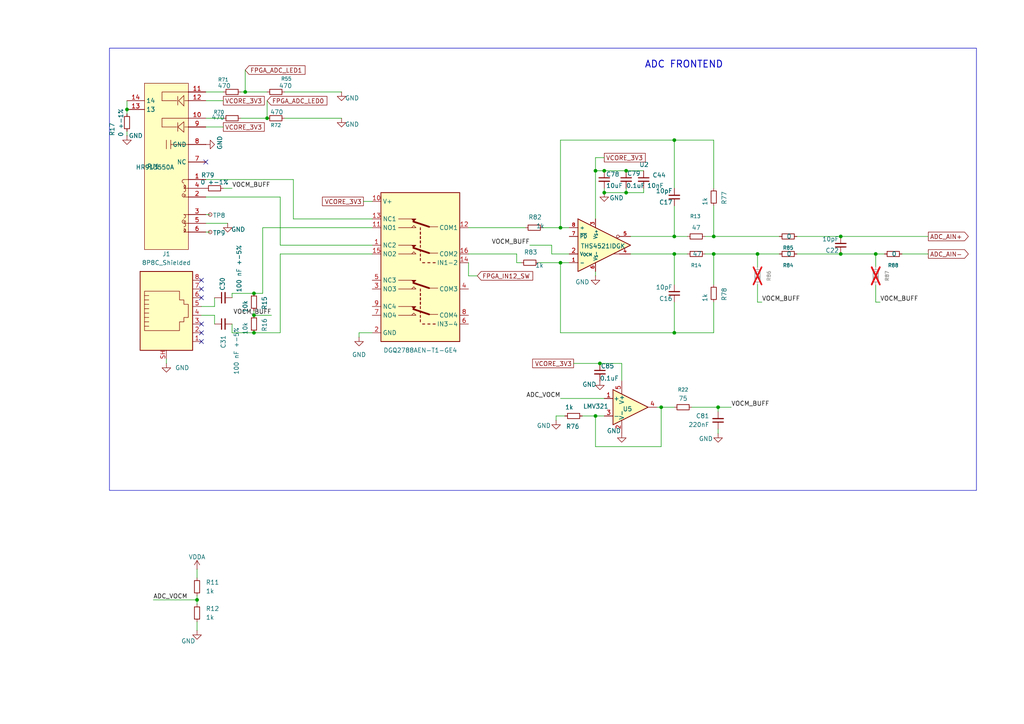
<source format=kicad_sch>
(kicad_sch (version 20250114) (generator "eeschema") (generator_version "9.0")
  (paper "A4")
  (lib_symbols
    (symbol "Amplifier_Difference:THS4521IDGK"
      (property "Reference" "U" (at 0 6.35 0))
      (property "Value" "THS4521IDGK" (at 10.16 -6.35 0))
      (symbol "THS4521IDGK_0_1"
        (polyline (pts (xy 4.4704 -2.54) (xy 2.54 -2.54)))
      )
      (symbol "THS4521IDGK_1_1"
        (polyline (pts (xy -7.62 7.62) (xy -7.62 -7.62) (xy 7.62 0) (xy -7.62 7.62)) (stroke (width 0.254)) (fill (type background)))
        (circle (center 3.937 2.54) (radius 0.4064))
        (pin input line (at -10.16 5.08 0) (length 2.54) (name "+") (number "8"))
        (pin input line (at -10.16 2.54 0) (length 2.54) (name "~{PD}") (number "7"))
        (pin input line (at -10.16 -2.54 0) (length 2.54) (name "V_{OCM}") (number "2"))
        (pin input line (at -10.16 -5.08 0) (length 2.54) (name "-") (number "1"))
        (pin power_in line (at -2.54 7.62 270) (length 2.54) (name "V_{S+}") (number "3"))
        (pin power_in line (at -2.54 -7.62 90) (length 2.54) (name "V_{S-}") (number "6"))
        (pin output line (at 7.62 2.54 180) (length 3.175) (name "") (number "5"))
        (pin output line (at 7.62 -2.54 180) (length 3.175) (name "") (number "4"))
      )
    )
    (symbol "Amplifier_Operational:LMV321" (pin_names (offset 0.127))
      (property "Reference" "U" (at 0 5.08 0))
      (property "Value" "LMV321" (at 0 -5.08 0))
      (symbol "LMV321_0_1"
        (polyline (pts (xy -5.08 5.08) (xy 5.08 0) (xy -5.08 -5.08) (xy -5.08 5.08)) (stroke (width 0.254)) (fill (type background)))
        (pin power_in line (at -2.54 7.62 270) (length 3.81) (name "V+") (number "5"))
        (pin power_in line (at -2.54 -7.62 90) (length 3.81) (name "V-") (number "2"))
      )
      (symbol "LMV321_1_1"
        (pin input line (at -7.62 2.54 0) (length 2.54) (name "+") (number "1"))
        (pin input line (at -7.62 -2.54 0) (length 2.54) (name "-") (number "3"))
        (pin output line (at 7.62 0 180) (length 2.54) (name "~") (number "4"))
      )
    )
    (symbol "Connector:8P8C_Shielded" (pin_names (offset 1.016))
      (property "Reference" "J" (at -5.08 13.97 0))
      (property "Value" "8P8C_Shielded" (at 2.54 13.97 0))
      (symbol "8P8C_Shielded_0_1"
        (polyline (pts (xy -6.35 1.905) (xy -5.08 1.905) (xy -5.08 1.905)))
        (polyline (pts (xy -6.35 0.635) (xy -5.08 0.635) (xy -5.08 0.635)))
        (polyline (pts (xy -6.35 -0.635) (xy -5.08 -0.635) (xy -5.08 -0.635)))
        (polyline (pts (xy -6.35 -1.905) (xy -5.08 -1.905) (xy -5.08 -1.905)))
        (polyline (pts (xy -6.35 -3.175) (xy -5.08 -3.175) (xy -5.08 -3.175)))
        (polyline (pts (xy -6.35 -4.445) (xy -6.35 6.985) (xy 3.81 6.985) (xy 3.81 4.445) (xy 5.08 4.445) (xy 5.08 3.175) (xy 6.35 3.175) (xy 6.35 -0.635) (xy 5.08 -0.635) (xy 5.08 -1.905) (xy 3.81 -1.905) (xy 3.81 -4.445) (xy -6.35 -4.445) (xy -6.35 -4.445)))
        (polyline (pts (xy -5.08 5.715) (xy -6.35 5.715)))
        (polyline (pts (xy -5.08 4.445) (xy -6.35 4.445)))
        (polyline (pts (xy -5.08 3.175) (xy -6.35 3.175) (xy -6.35 3.175)))
        (rectangle (start 7.62 12.7) (end -7.62 -10.16) (stroke (width 0.254)) (fill (type background)))
      )
      (symbol "8P8C_Shielded_1_1"
        (pin passive line (at 0 -12.7 90) (length 2.54) (name "~") (number "SH"))
        (pin passive line (at 10.16 10.16 180) (length 2.54) (name "~") (number "8"))
        (pin passive line (at 10.16 7.62 180) (length 2.54) (name "~") (number "7"))
        (pin passive line (at 10.16 5.08 180) (length 2.54) (name "~") (number "6"))
        (pin passive line (at 10.16 2.54 180) (length 2.54) (name "~") (number "5"))
        (pin passive line (at 10.16 0 180) (length 2.54) (name "~") (number "4"))
        (pin passive line (at 10.16 -2.54 180) (length 2.54) (name "~") (number "3"))
        (pin passive line (at 10.16 -5.08 180) (length 2.54) (name "~") (number "2"))
        (pin passive line (at 10.16 -7.62 180) (length 2.54) (name "~") (number "1"))
      )
    )
    (symbol "Connector:TestPoint_Small" (pin_numbers (hide yes)) (pin_names (offset 0.762) (hide yes))
      (property "Reference" "TP" (at 0 3.81 0))
      (property "Value" "TestPoint_Small" (at 0 2.032 0))
      (symbol "TestPoint_Small_0_1"
        (circle (center 0 0) (radius 0.508))
      )
      (symbol "TestPoint_Small_1_1"
        (pin passive line (at 0 0 90) (length 0) (name "1") (number "1"))
      )
    )
    (symbol "DGQ2788AEN:DGQ2788AEN-T1-GE4"
      (property "Reference" "U" (at 0 20.32 0))
      (property "Value" "DGQ2788AEN-T1-GE4" (at 0 17.78 0))
      (symbol "DGQ2788AEN-T1-GE4_0_1"
        (polyline (pts (xy -2.54 6.604) (xy -5.08 6.604)))
        (polyline (pts (xy -2.54 -1.016) (xy -5.08 -1.016)))
        (polyline (pts (xy -2.54 -11.176) (xy -5.08 -11.176)))
        (polyline (pts (xy -2.54 -18.796) (xy -5.08 -18.796)))
      )
      (symbol "DGQ2788AEN-T1-GE4_1_0"
        (pin passive line (at 13.97 6.35 180) (length 2.54) (name "NO1") (number "11"))
        (pin passive line (at 13.97 1.27 180) (length 2.54) (name "NC2") (number "1"))
        (pin passive line (at 13.97 -1.27 180) (length 2.54) (name "NO2") (number "15"))
        (pin passive line (at 13.97 -8.89 180) (length 2.54) (name "NC3") (number "5"))
        (pin passive line (at 13.97 -11.43 180) (length 2.54) (name "NO3") (number "3"))
        (pin passive line (at 13.97 -16.51 180) (length 2.54) (name "NC4") (number "9"))
        (pin passive line (at 13.97 -19.05 180) (length 2.54) (name "NO4") (number "7"))
        (pin power_in line (at 13.97 -24.13 180) (length 2.54) (name "GND") (number "2"))
      )
      (symbol "DGQ2788AEN-T1-GE4_1_1"
        (rectangle (start -11.43 16.51) (end 11.43 -26.67) (stroke (width 0.254)) (fill (type background)))
        (polyline (pts (xy -4.318 -3.81) (xy -3.683 -3.81)) (stroke (width 0.254)))
        (polyline (pts (xy -4.318 -21.59) (xy -3.683 -21.59)) (stroke (width 0.254)))
        (polyline (pts (xy -2.794 -3.81) (xy -2.159 -3.81)) (stroke (width 0.254)))
        (polyline (pts (xy -2.794 -21.59) (xy -2.159 -21.59)) (stroke (width 0.254)))
        (polyline (pts (xy -2.54 6.604) (xy 2.032 8.128)) (stroke (width 0.508)))
        (polyline (pts (xy -2.54 -1.016) (xy 2.032 0.508)) (stroke (width 0.508)))
        (polyline (pts (xy -2.54 -11.176) (xy 2.032 -9.652)) (stroke (width 0.508)))
        (polyline (pts (xy -2.54 -18.796) (xy 2.032 -17.272)) (stroke (width 0.508)))
        (polyline (pts (xy -1.27 -3.81) (xy -0.635 -3.81)) (stroke (width 0.254)))
        (polyline (pts (xy -1.27 -21.59) (xy -0.635 -21.59)) (stroke (width 0.254)))
        (polyline (pts (xy 0 6.35) (xy 0 5.715)) (stroke (width 0.254)))
        (polyline (pts (xy 0 5.08) (xy 0 4.445)) (stroke (width 0.254)))
        (polyline (pts (xy 0 5.08) (xy 0 4.445)) (stroke (width 0.254)))
        (polyline (pts (xy 0 3.81) (xy 0 3.175)) (stroke (width 0.254)))
        (polyline (pts (xy 0 3.81) (xy 0 3.175)) (stroke (width 0.254)))
        (polyline (pts (xy 0 2.54) (xy 0 1.905)) (stroke (width 0.254)))
        (polyline (pts (xy 0 2.54) (xy 0 1.905)) (stroke (width 0.254)))
        (polyline (pts (xy 0 1.27) (xy 0 0.635)) (stroke (width 0.254)))
        (polyline (pts (xy 0 0) (xy 0 -0.635)) (stroke (width 0.254)))
        (polyline (pts (xy 0 -1.27) (xy 0 -1.905)) (stroke (width 0.254)))
        (polyline (pts (xy 0 -2.54) (xy 0 -3.175)) (stroke (width 0.254)))
        (polyline (pts (xy 0 -11.43) (xy 0 -12.065)) (stroke (width 0.254)))
        (polyline (pts (xy 0 -12.7) (xy 0 -13.335)) (stroke (width 0.254)))
        (polyline (pts (xy 0 -12.7) (xy 0 -13.335)) (stroke (width 0.254)))
        (polyline (pts (xy 0 -13.97) (xy 0 -14.605)) (stroke (width 0.254)))
        (polyline (pts (xy 0 -13.97) (xy 0 -14.605)) (stroke (width 0.254)))
        (polyline (pts (xy 0 -15.24) (xy 0 -15.875)) (stroke (width 0.254)))
        (polyline (pts (xy 0 -15.24) (xy 0 -15.875)) (stroke (width 0.254)))
        (polyline (pts (xy 0 -16.51) (xy 0 -17.145)) (stroke (width 0.254)))
        (polyline (pts (xy 0 -17.78) (xy 0 -18.415)) (stroke (width 0.254)))
        (polyline (pts (xy 0 -19.05) (xy 0 -19.685)) (stroke (width 0.254)))
        (polyline (pts (xy 0 -20.32) (xy 0 -20.955)) (stroke (width 0.254)))
        (polyline (pts (xy 6.35 8.89) (xy 1.27 8.89) (xy 1.905 8.255) (xy 2.54 8.89)) (fill (type outline)))
        (polyline (pts (xy 6.35 6.35) (xy 1.27 6.35) (xy 1.905 6.985) (xy 2.54 6.35)))
        (polyline (pts (xy 6.35 1.27) (xy 1.27 1.27) (xy 1.905 0.635) (xy 2.54 1.27)) (fill (type outline)))
        (polyline (pts (xy 6.35 -1.27) (xy 1.27 -1.27) (xy 1.905 -0.635) (xy 2.54 -1.27)))
        (polyline (pts (xy 6.35 -8.89) (xy 1.27 -8.89) (xy 1.905 -9.525) (xy 2.54 -8.89)) (fill (type outline)))
        (polyline (pts (xy 6.35 -11.43) (xy 1.27 -11.43) (xy 1.905 -10.795) (xy 2.54 -11.43)))
        (polyline (pts (xy 6.35 -16.51) (xy 1.27 -16.51) (xy 1.905 -17.145) (xy 2.54 -16.51)) (fill (type outline)))
        (polyline (pts (xy 6.35 -19.05) (xy 1.27 -19.05) (xy 1.905 -18.415) (xy 2.54 -19.05)))
        (pin passive line (at -13.97 6.35 0) (length 2.54) (name "COM1") (number "12"))
        (pin passive line (at -13.97 -1.27 0) (length 2.54) (name "COM2") (number "16"))
        (pin input line (at -13.97 -3.81 0) (length 2.54) (name "IN1-2") (number "14"))
        (pin passive line (at -13.97 -11.43 0) (length 2.54) (name "COM3") (number "4"))
        (pin passive line (at -13.97 -19.05 0) (length 2.54) (name "COM4") (number "8"))
        (pin input line (at -13.97 -21.59 0) (length 2.54) (name "IN3-4") (number "6"))
        (pin power_in line (at 13.97 13.97 180) (length 2.54) (name "V+") (number "10"))
        (pin passive line (at 13.97 8.89 180) (length 2.54) (name "NC1") (number "13"))
      )
    )
    (symbol "Device:C_Small" (pin_numbers (hide yes)) (pin_names (offset 0.254) (hide yes))
      (property "Reference" "C" (at 0.254 1.778 0))
      (property "Value" "C_Small" (at 0.254 -2.032 0))
      (symbol "C_Small_0_1"
        (polyline (pts (xy -1.524 0.508) (xy 1.524 0.508)) (stroke (width 0.3048)))
        (polyline (pts (xy -1.524 -0.508) (xy 1.524 -0.508)) (stroke (width 0.3302)))
      )
      (symbol "C_Small_1_1"
        (pin passive line (at 0 2.54 270) (length 2.032) (name "~") (number "1"))
        (pin passive line (at 0 -2.54 90) (length 2.032) (name "~") (number "2"))
      )
    )
    (symbol "Device:L_Small" (pin_numbers (hide yes)) (pin_names (offset 0.254) (hide yes))
      (property "Reference" "L" (at 0.762 1.016 0))
      (property "Value" "L_Small" (at 0.762 -1.016 0))
      (symbol "L_Small_0_1"
        (arc (start 0 2.032) (mid 0.5058 1.524) (end 0 1.016))
        (arc (start 0 1.016) (mid 0.5058 0.508) (end 0 0))
        (arc (start 0 0) (mid 0.5058 -0.508) (end 0 -1.016))
        (arc (start 0 -1.016) (mid 0.5058 -1.524) (end 0 -2.032))
      )
      (symbol "L_Small_1_1"
        (pin passive line (at 0 2.54 270) (length 0.508) (name "~") (number "1"))
        (pin passive line (at 0 -2.54 90) (length 0.508) (name "~") (number "2"))
      )
    )
    (symbol "Device:R_Small" (pin_numbers (hide yes)) (pin_names (offset 0.254) (hide yes))
      (property "Reference" "R" (at 0 0 90))
      (property "Value" "R_Small" (at 1.778 0 90))
      (symbol "R_Small_0_1"
        (rectangle (start -0.762 1.778) (end 0.762 -1.778) (stroke (width 0.2032)))
      )
      (symbol "R_Small_1_1"
        (pin passive line (at 0 2.54 270) (length 0.762) (name "~") (number "1"))
        (pin passive line (at 0 -2.54 90) (length 0.762) (name "~") (number "2"))
      )
    )
    (symbol "RJ45_HR913550A:HR913550A"
      (property "Reference" "RJ" (at 0 24.13 0))
      (property "Value" "HR913550A" (at -12.192 4.064 0))
      (symbol "HR913550A_0_1"
        (rectangle (start -20.32 24.13) (end -7.62 -24.13) (fill (type background)))
        (polyline (pts (xy -20.32 16.51) (xy -19.05 16.51)))
        (polyline (pts (xy -20.32 6.35) (xy -19.05 6.35)))
        (circle (center -19.3 18.54) (radius 0.25))
        (circle (center -19.3 16) (radius 0.25))
        (circle (center -19.3 8.38) (radius 0.25))
        (circle (center -19.3 5.84) (radius 0.25))
        (polyline (pts (xy -19.3 -11.43) (xy -25.4 -11.43)))
        (polyline (pts (xy -19.3 -19.05) (xy -25.4 -19.05)))
        (arc (start -19.05 16.51) (mid -18.5495 16) (end -19.05 15.49))
        (arc (start -19.05 8.89) (mid -18.5495 8.38) (end -19.05 7.87))
        (polyline (pts (xy -19.05 19.05) (xy -20.32 19.05)))
        (polyline (pts (xy -19.05 13.97) (xy -20.32 13.97)))
        (polyline (pts (xy -19.05 8.89) (xy -20.32 8.89)))
        (polyline (pts (xy -19.05 3.81) (xy -20.32 3.81)))
        (polyline (pts (xy -19.05 -9.91) (xy -19.05 -12.95) (xy -17.27 -11.43) (xy -19.05 -9.91)) (fill (type background)))
        (polyline (pts (xy -19.05 -17.53) (xy -19.05 -20.57) (xy -17.53 -19.05) (xy -19.05 -17.53)) (fill (type background)))
        (arc (start -19.05 18.03) (mid -19.51 18.75) (end -19.05 19.05))
        (arc (start -19.05 16.51) (mid -19.51 17.23) (end -19.05 17.53))
        (arc (start -19.05 13.97) (mid -19.51 14.69) (end -19.05 14.99))
        (arc (start -19.05 6.35) (mid -19.51 7.07) (end -19.05 7.37))
        (arc (start -19.05 5.33) (mid -19.51 6.05) (end -19.05 6.35))
        (arc (start -19.05 4.83) (mid -18.5297 4.32) (end -19.05 3.81))
        (polyline (pts (xy -17.27 -10.16) (xy -17.27 -12.7)))
        (polyline (pts (xy -17.27 -17.78) (xy -17.27 -20.32)))
        (polyline (pts (xy -17.02 -11.43) (xy -12.7 -11.43)))
        (polyline (pts (xy -17.02 -19.05) (xy -12.7 -19.05)))
        (polyline (pts (xy -15.24 -5.08) (xy -15.24 -7.62)))
        (polyline (pts (xy -15.24 -6.35) (xy -20.32 -6.35)))
        (polyline (pts (xy -13.97 -5.08) (xy -13.97 -7.62)))
        (polyline (pts (xy -12.7 -11.43) (xy -12.7 -13.97) (xy -25.4 -13.97)))
        (polyline (pts (xy -12.7 -19.05) (xy -12.7 -21.59) (xy -25.4 -21.59)))
        (pin unspecified line (at -25.4 -1.27 0) (length 5.08) (name "NC") (number "7"))
      )
      (symbol "HR913550A_1_1"
        (pin input line (at -25.4 19.05 0) (length 5.08) (name "") (number "6"))
        (pin input line (at -25.4 16.51 0) (length 5.08) (name "") (number "5"))
        (pin input line (at -25.4 13.97 0) (length 5.08) (name "") (number "3"))
        (pin input line (at -25.4 8.89 0) (length 5.08) (name "") (number "2"))
        (pin input line (at -25.4 6.35 0) (length 5.08) (name "") (number "4"))
        (pin input line (at -25.4 3.81 0) (length 5.08) (name "") (number "1"))
        (pin passive line (at -25.4 -6.35 0) (length 5.08) (name "GND") (number "8"))
        (pin input line (at -25.4 -11.43 0) (length 5.08) (name "") (number "9"))
        (pin output line (at -25.4 -13.97 0) (length 5.08) (name "") (number "10"))
        (pin input line (at -25.4 -19.05 0) (length 5.08) (name "") (number "12"))
        (pin output line (at -25.4 -21.59 0) (length 5.08) (name "") (number "11"))
        (pin passive line (at -2.54 -16.51 180) (length 5.08) (name "13") (number "13"))
        (pin passive line (at -2.54 -19.05 180) (length 5.08) (name "14") (number "14"))
      )
    )
    (symbol "power:GND" (power) (pin_numbers (hide yes)) (pin_names (offset 0) (hide yes))
      (property "Value" "GND" (at 0 -3.81 0))
      (symbol "GND_0_1"
        (polyline (pts (xy 0 0) (xy 0 -1.27) (xy 1.27 -1.27) (xy 0 -2.54) (xy -1.27 -1.27) (xy 0 -1.27)))
      )
      (symbol "GND_1_1"
        (pin power_in line (at 0 0 270) (length 0) (name "~") (number "1"))
      )
    )
    (symbol "power:VDDA" (power) (pin_numbers (hide yes)) (pin_names (offset 0) (hide yes))
      (property "Value" "VDDA" (at 0 3.556 0))
      (symbol "VDDA_0_1"
        (polyline (pts (xy -0.762 1.27) (xy 0 2.54)))
        (polyline (pts (xy 0 2.54) (xy 0.762 1.27)))
        (polyline (pts (xy 0 0) (xy 0 2.54)))
      )
      (symbol "VDDA_1_1"
        (pin power_in line (at 0 0 90) (length 0) (name "~") (number "1"))
      )
    )
  )
  (rectangle (start 31.75 13.97) (end 283.21 142.24))
  (text "Max offst: 4% <<<< 1' @ 1 MHz\n- Added 0-ohm series resistor in case of single-ended operation (LC damping)\np8: center tap with capacitor in between (bob-smith)" (at 305.816 38.1 0) (effects (font (size 1.27 1.27)) (justify left)))
  (text "VOCM buffering\n- Reducing source impedance of resistive divider\n- buffer configuration for OPAMP to drive COMP pin\n	- Damping resistor added at output due to big capacitive load\n- Maximum output current: 5-40 mA\n	- Maximum current: 1.6 V / 75 ohms = 21.33 mA\nDifferential mode biasing\n- 10 kOhm, 0.80 uA input bias for ths4521 -> 10e3 * 0.80e-6 = 8 mV offset at worst" (at 304.038 93.726 0) (effects (font (size 1.27 1.27)) (justify left)))
  (text "ADC Filter\n- Rudimentary prototyping with LTSpice + TI design note\n- Optimize later with signal generator + measurements\n- Input impedance (max 100 kOhm) >>> then source (100 ohm)\nADC 0 ohm resistance\n- Series\n	- possibility to switch to single-ended, short AIN-\n	- Damping on AIN+\n- Parallel	\n	- Possible footprint to common mode\n	- THS4521 should drive a symmetric load\n		- One option: leave it open\n		- Second option: attach an R to common mode" (at 304.038 62.738 0) (effects (font (size 1.27 1.27)) (justify left)))
  (text "- Ethernet magnetics by default for decoupling\n- 0 ohm resistor in series for LC damping purposes (single-ended use)\n- Alternative input with DC-blocking capacitors with RJ45\nLayout of transition between 2 ADC-inputs:\n- Use 0-ohm resistor to cross lower trace (instead of jumpers for signal integrity)\nMake sure the 0-ohm resistors and jumpers come together at the same spot\nLEDS:\n- Current through leds (3.3 - 2.2) / 2e3 = 0.55 mA (voltage drop 1.8-2.8 V)\n- Differential impedance: 100 ohms\n- Input capacitance: 300 nF, f_plateau = 1/[2*pi*C*(R_diff/2)] = 30 kHz\nPin 13, 14: shield / frame connection" (at 298.196 139.446 0) (effects (font (size 1.27 1.27)) (justify left)))
  (text "ADC FRONTEND" (at 198.374 18.796 0) (effects (font (size 2 2) (thickness 0.254) (bold yes))))
  (junction (at 175.26 49.53))
  (junction (at 195.58 96.52))
  (junction (at 243.84 73.66))
  (junction (at 195.58 40.64))
  (junction (at 162.56 66.04))
  (junction (at 175.26 55.88))
  (junction (at 191.77 118.11))
  (junction (at 151.13 -10.16))
  (junction (at 208.28 118.11))
  (junction (at 207.01 73.66))
  (junction (at 207.01 68.58))
  (junction (at 254 73.66))
  (junction (at 77.47 34.29))
  (junction (at 195.58 68.58))
  (junction (at 162.56 76.2))
  (junction (at 219.71 73.66))
  (junction (at 195.58 73.66))
  (junction (at 172.72 49.53))
  (junction (at 243.84 68.58))
  (junction (at 71.12 26.67))
  (junction (at 36.83 31.75))
  (junction (at 173.99 105.41))
  (junction (at 151.13 -22.86))
  (junction (at 181.61 49.53))
  (junction (at 73.66 85.09))
  (junction (at 181.61 55.88))
  (junction (at 57.15 173.99))
  (junction (at 73.66 91.44))
  (junction (at 172.72 120.65))
  (junction (at 73.66 96.52))
  (no_connect (at 58.42 81.28))
  (no_connect (at 58.42 83.82))
  (no_connect (at 59.69 46.99))
  (no_connect (at 58.42 86.36))
  (no_connect (at 58.42 99.06))
  (no_connect (at 58.42 96.52))
  (no_connect (at 58.42 93.98))
  (wire (pts (xy 160.02 71.12) (xy 160.02 73.66)))
  (wire (pts (xy 172.72 78.74) (xy 172.72 80.01)))
  (wire (pts (xy 207.01 40.64) (xy 207.01 54.61)))
  (wire (pts (xy 172.72 49.53) (xy 172.72 63.5)))
  (wire (pts (xy 175.26 55.88) (xy 181.61 55.88)))
  (wire (pts (xy 160.02 73.66) (xy 165.1 73.66)))
  (wire (pts (xy 81.28 57.15) (xy 81.28 71.12)))
  (wire (pts (xy 198.12 -22.86) (xy 171.45 -22.86)))
  (wire (pts (xy 195.58 59.69) (xy 195.58 68.58)))
  (wire (pts (xy 243.84 68.58) (xy 269.24 68.58)))
  (wire (pts (xy 191.77 129.54) (xy 172.72 129.54)))
  (wire (pts (xy 44.45 173.99) (xy 57.15 173.99)))
  (wire (pts (xy 151.13 -22.86) (xy 147.32 -22.86)))
  (wire (pts (xy 208.28 119.38) (xy 208.28 118.11)))
  (wire (pts (xy 186.69 55.88) (xy 181.61 55.88)))
  (wire (pts (xy 151.13 -10.16) (xy 147.32 -10.16)))
  (wire (pts (xy 195.58 96.52) (xy 207.01 96.52)))
  (wire (pts (xy 85.09 52.07) (xy 85.09 63.5)))
  (wire (pts (xy 67.31 54.61) (xy 64.77 54.61)))
  (wire (pts (xy 59.69 64.77) (xy 66.04 64.77)))
  (wire (pts (xy 166.37 -22.86) (xy 162.56 -22.86)))
  (wire (pts (xy 81.28 71.12) (xy 107.95 71.12)))
  (wire (pts (xy 162.56 76.2) (xy 165.1 76.2)))
  (wire (pts (xy 59.69 52.07) (xy 85.09 52.07)))
  (wire (pts (xy 67.31 96.52) (xy 67.31 93.98)))
  (wire (pts (xy 73.66 96.52) (xy 81.28 96.52)))
  (wire (pts (xy 104.14 97.79) (xy 104.14 96.52)))
  (wire (pts (xy 73.66 85.09) (xy 76.2 85.09)))
  (wire (pts (xy 162.56 115.57) (xy 175.26 115.57)))
  (wire (pts (xy 73.66 90.17) (xy 73.66 91.44)))
  (wire (pts (xy 48.26 104.14) (xy 48.26 105.41)))
  (wire (pts (xy 219.71 73.66) (xy 226.06 73.66)))
  (wire (pts (xy 208.28 125.73) (xy 208.28 124.46)))
  (wire (pts (xy 64.77 34.29) (xy 59.69 34.29)))
  (wire (pts (xy 207.01 87.63) (xy 207.01 96.52)))
  (wire (pts (xy 219.71 82.55) (xy 219.71 87.63)))
  (wire (pts (xy 172.72 120.65) (xy 172.72 129.54)))
  (wire (pts (xy 195.58 73.66) (xy 195.58 82.55)))
  (wire (pts (xy 161.29 120.65) (xy 163.83 120.65)))
  (wire (pts (xy 191.77 129.54) (xy 191.77 118.11)))
  (wire (pts (xy 254 73.66) (xy 256.54 73.66)))
  (wire (pts (xy 77.47 29.21) (xy 77.47 34.29)))
  (wire (pts (xy 172.72 49.53) (xy 175.26 49.53)))
  (wire (pts (xy 231.14 68.58) (xy 243.84 68.58)))
  (wire (pts (xy 207.01 73.66) (xy 207.01 82.55)))
  (wire (pts (xy 36.83 29.21) (xy 36.83 31.75)))
  (wire (pts (xy 219.71 87.63) (xy 220.98 87.63)))
  (wire (pts (xy 161.29 121.92) (xy 161.29 120.65)))
  (wire (pts (xy 73.66 91.44) (xy 78.74 91.44)))
  (wire (pts (xy 151.13 -19.05) (xy 151.13 -22.86)))
  (wire (pts (xy 208.28 118.11) (xy 200.66 118.11)))
  (wire (pts (xy 149.86 76.2) (xy 149.86 73.66)))
  (wire (pts (xy 157.48 66.04) (xy 162.56 66.04)))
  (wire (pts (xy 104.14 96.52) (xy 107.95 96.52)))
  (wire (pts (xy 59.69 29.21) (xy 64.77 29.21)))
  (wire (pts (xy 162.56 76.2) (xy 162.56 96.52)))
  (wire (pts (xy 67.31 85.09) (xy 67.31 86.36)))
  (wire (pts (xy 175.26 45.72) (xy 172.72 45.72)))
  (wire (pts (xy 128.27 -22.86) (xy 142.24 -22.86)))
  (wire (pts (xy 81.28 73.66) (xy 81.28 96.52)))
  (wire (pts (xy 243.84 73.66) (xy 254 73.66)))
  (wire (pts (xy 57.15 173.99) (xy 57.15 175.26)))
  (wire (pts (xy 162.56 66.04) (xy 165.1 66.04)))
  (wire (pts (xy 81.28 73.66) (xy 107.95 73.66)))
  (wire (pts (xy 58.42 88.9) (xy 62.23 88.9)))
  (wire (pts (xy 58.42 91.44) (xy 62.23 91.44)))
  (wire (pts (xy 67.31 85.09) (xy 73.66 85.09)))
  (wire (pts (xy 175.26 55.88) (xy 175.26 54.61)))
  (wire (pts (xy 64.77 26.67) (xy 59.69 26.67)))
  (wire (pts (xy 166.37 105.41) (xy 173.99 105.41)))
  (wire (pts (xy 82.55 34.29) (xy 99.06 34.29)))
  (wire (pts (xy 62.23 91.44) (xy 62.23 93.98)))
  (wire (pts (xy 153.67 71.12) (xy 160.02 71.12)))
  (wire (pts (xy 69.85 34.29) (xy 77.47 34.29)))
  (wire (pts (xy 175.26 49.53) (xy 181.61 49.53)))
  (wire (pts (xy 195.58 118.11) (xy 191.77 118.11)))
  (wire (pts (xy 162.56 40.64) (xy 195.58 40.64)))
  (wire (pts (xy 135.89 66.04) (xy 152.4 66.04)))
  (wire (pts (xy 168.91 120.65) (xy 172.72 120.65)))
  (wire (pts (xy 204.47 73.66) (xy 207.01 73.66)))
  (wire (pts (xy 60.96 67.31) (xy 59.69 67.31)))
  (wire (pts (xy 181.61 55.88) (xy 181.61 54.61)))
  (wire (pts (xy 157.48 -10.16) (xy 151.13 -10.16)))
  (wire (pts (xy 76.2 66.04) (xy 76.2 85.09)))
  (wire (pts (xy 195.58 96.52) (xy 162.56 96.52)))
  (wire (pts (xy 195.58 40.64) (xy 207.01 40.64)))
  (wire (pts (xy 195.58 40.64) (xy 195.58 54.61)))
  (wire (pts (xy 261.62 73.66) (xy 269.24 73.66)))
  (wire (pts (xy 156.21 76.2) (xy 162.56 76.2)))
  (wire (pts (xy 59.69 57.15) (xy 81.28 57.15)))
  (wire (pts (xy 162.56 66.04) (xy 162.56 40.64)))
  (wire (pts (xy 151.13 -10.16) (xy 151.13 -13.97)))
  (wire (pts (xy 62.23 88.9) (xy 62.23 86.36)))
  (wire (pts (xy 36.83 31.75) (xy 36.83 33.02)))
  (wire (pts (xy 182.88 68.58) (xy 195.58 68.58)))
  (wire (pts (xy 82.55 26.67) (xy 99.06 26.67)))
  (wire (pts (xy 180.34 105.41) (xy 180.34 110.49)))
  (wire (pts (xy 57.15 172.72) (xy 57.15 173.99)))
  (wire (pts (xy 71.12 26.67) (xy 77.47 26.67)))
  (wire (pts (xy 219.71 73.66) (xy 219.71 77.47)))
  (wire (pts (xy 191.77 118.11) (xy 190.5 118.11)))
  (wire (pts (xy 207.01 68.58) (xy 226.06 68.58)))
  (wire (pts (xy 180.34 105.41) (xy 173.99 105.41)))
  (wire (pts (xy 71.12 26.67) (xy 69.85 26.67)))
  (wire (pts (xy 182.88 73.66) (xy 195.58 73.66)))
  (wire (pts (xy 67.31 96.52) (xy 73.66 96.52)))
  (wire (pts (xy 149.86 73.66) (xy 135.89 73.66)))
  (wire (pts (xy 172.72 45.72) (xy 172.72 49.53)))
  (wire (pts (xy 166.37 -10.16) (xy 162.56 -10.16)))
  (wire (pts (xy 212.09 118.11) (xy 208.28 118.11)))
  (wire (pts (xy 105.41 58.42) (xy 107.95 58.42)))
  (wire (pts (xy 254 82.55) (xy 254 87.63)))
  (wire (pts (xy 138.43 80.01) (xy 135.89 80.01)))
  (wire (pts (xy 157.48 -22.86) (xy 151.13 -22.86)))
  (wire (pts (xy 59.69 36.83) (xy 64.77 36.83)))
  (wire (pts (xy 254 87.63) (xy 255.27 87.63)))
  (wire (pts (xy 204.47 68.58) (xy 207.01 68.58)))
  (wire (pts (xy 135.89 80.01) (xy 135.89 76.2)))
  (wire (pts (xy 172.72 120.65) (xy 175.26 120.65)))
  (wire (pts (xy 71.12 20.32) (xy 71.12 26.67)))
  (wire (pts (xy 36.83 39.37) (xy 36.83 38.1)))
  (wire (pts (xy 198.12 -10.16) (xy 171.45 -10.16)))
  (wire (pts (xy 57.15 165.1) (xy 57.15 167.64)))
  (wire (pts (xy 127 -10.16) (xy 142.24 -10.16)))
  (wire (pts (xy 57.15 180.34) (xy 57.15 182.88)))
  (wire (pts (xy 85.09 63.5) (xy 107.95 63.5)))
  (wire (pts (xy 207.01 59.69) (xy 207.01 68.58)))
  (wire (pts (xy 207.01 73.66) (xy 219.71 73.66)))
  (wire (pts (xy 76.2 66.04) (xy 107.95 66.04)))
  (wire (pts (xy 195.58 87.63) (xy 195.58 96.52)))
  (wire (pts (xy 254 73.66) (xy 254 77.47)))
  (wire (pts (xy 195.58 73.66) (xy 199.39 73.66)))
  (wire (pts (xy 195.58 68.58) (xy 199.39 68.58)))
  (wire (pts (xy 60.96 62.23) (xy 59.69 62.23)))
  (wire (pts (xy 181.61 49.53) (xy 186.69 49.53)))
  (wire (pts (xy 149.86 76.2) (xy 151.13 76.2)))
  (wire (pts (xy 186.69 54.61) (xy 186.69 55.88)))
  (wire (pts (xy 231.14 73.66) (xy 243.84 73.66)))
  (label "VOCM_BUFF" (at 153.67 71.12 180))
  (label "VOCM_BUFF" (at 67.31 54.61 0))
  (label "VOCM_BUFF" (at 220.98 87.63 0))
  (label "VOCM_BUFF" (at 212.09 118.11 0))
  (label "VOCM_BUFF" (at 78.74 91.44 180))
  (label "ADC_VOCM" (at 44.45 173.99 0))
  (label "ADC_AIN1_RJ45" (at 198.12 -10.16 180))
  (label "VOCM_BUFF" (at 255.27 87.63 0))
  (label "ADC_VOCM" (at 162.56 115.57 180))
  (label "ADC_REFTS" (at 128.27 -22.86 180))
  (label "ADC_REFTS_RJ45" (at 198.12 -22.86 180))
  (label "ADC_AIN1" (at 127 -10.16 180))
  (global_label "VCORE_3V3" (shape passive) (at 175.26 45.72 0) (property "Intersheetrefs" "${INTERSHEET_REFS}" (effects (hide yes))))
  (global_label "VCORE_3V3" (shape passive) (at 64.77 36.83 0) (property "Intersheetrefs" "${INTERSHEET_REFS}" (effects (hide yes))))
  (global_label "VCORE_3V3" (shape passive) (at 166.37 105.41 180) (property "Intersheetrefs" "${INTERSHEET_REFS}" (effects (hide yes))))
  (global_label "ADC_AIN+" (shape output) (at 269.24 68.58 0) (property "Intersheetrefs" "${INTERSHEET_REFS}" (effects (hide yes))))
  (global_label "FPGA_ADC_LED1" (shape input) (at 71.12 20.32 0) (property "Intersheetrefs" "${INTERSHEET_REFS}" (effects (hide yes))))
  (global_label "ADC_AIN-" (shape output) (at 269.24 73.66 0) (property "Intersheetrefs" "${INTERSHEET_REFS}" (effects (hide yes))))
  (global_label "VCORE_3V3" (shape passive) (at 64.77 29.21 0) (property "Intersheetrefs" "${INTERSHEET_REFS}" (effects (hide yes))))
  (global_label "FPGA_ADC_LED0" (shape input) (at 77.47 29.21 0) (property "Intersheetrefs" "${INTERSHEET_REFS}" (effects (hide yes))))
  (global_label "FPGA_IN12_SW" (shape input) (at 138.43 80.01 0) (property "Intersheetrefs" "${INTERSHEET_REFS}" (effects (hide yes))))
  (global_label "VCORE_3V3" (shape passive) (at 105.41 58.42 180) (property "Intersheetrefs" "${INTERSHEET_REFS}" (effects (hide yes))))
  (symbol (lib_id "power:GND") (at 161.29 121.92 0) (mirror y) (unit 1)
    (property "Reference" "#PWR024" (effects (hide yes)))
    (property "Value" "GND" (at 157.734 123.444 0))
    (property "Description" "Power symbol creates a global label with name \"GND\" , ground" (effects (hide yes)))
  )
  (symbol (lib_id "Device:C_Small") (at 195.58 85.09 180) (unit 1)
    (property "Reference" "C16" (at 195.072 86.614 0) (effects (justify left)))
    (property "Value" "10pF" (at 195.072 83.312 0) (effects (justify left)))
    (property "Footprint" "Capacitor_SMD:C_0603_1608Metric" (effects (hide yes)))
    (property "Datasheet" "https://jlcpcb.com/api/file/downloadByFileSystemAccessId/8579707028648091648" (effects (hide yes)))
    (property "Description" "Unpolarized capacitor, small symbol" (effects (hide yes)))
    (property "LPN" "C1634" (effects (hide yes)))
    (property "MPN" "CL10C100JB8NNNC " (effects (hide yes)))
  )
  (symbol (lib_id "Device:C_Small") (at 151.13 -16.51 180) (unit 1)
    (property "Reference" "C77" (at 148.59 -15.2462 0) (effects (justify left)))
    (property "Value" "100pF" (at 148.59 -17.7862 0) (effects (justify left)))
    (property "Footprint" "Capacitor_SMD:C_0603_1608Metric_Pad1.08x0.95mm_HandSolder" (effects (hide yes)))
    (property "Datasheet" "https://jlcpcb.com/api/file/downloadByFileSystemAccessId/8579707092674142208" (effects (hide yes)))
    (property "Description" "C0G. +-5%" (effects (hide yes)))
    (property "LPN" "C14858" (effects (hide yes)))
    (property "MPN" "CL10C101JB8NNNC" (effects (hide yes)))
  )
  (symbol (lib_id "Device:L_Small") (at 160.02 -10.16 270) (unit 1)
    (property "Reference" "L1" (at 160.02 -5.08 90))
    (property "Value" "120nH" (at 160.02 -7.62 90))
    (property "Footprint" "Inductor_SMD:L_0603_1608Metric_Pad1.05x0.95mm_HandSolder" (effects (hide yes)))
    (property "Datasheet" "https://jlcpcb.com/api/file/downloadByFileSystemAccessId/8586172574028484608" (effects (hide yes)))
    (property "Description" "200 mA max, SRF > 600 MHz, 1.4 Ohm" (effects (hide yes)))
    (property "LPN" "C16151" (effects (hide yes)))
    (property "MPN" "SDCL1608CR12JTDF" (effects (hide yes)))
  )
  (symbol (lib_id "Device:R_Small") (at 198.12 118.11 270) (mirror x) (unit 1)
    (property "Reference" "R22" (at 198.12 113.03 90) (effects (font (size 1.016 1.016))))
    (property "Value" "75" (at 198.12 115.57 90))
    (property "Footprint" "Resistor_SMD:R_0603_1608Metric" (effects (hide yes)))
    (property "Datasheet" "https://jlcpcb.com/api/file/downloadByFileSystemAccessId/8579706226143518720" (effects (hide yes)))
    (property "Description" "Resistor, small symbol" (effects (hide yes)))
    (property "LPN" "C4275" (effects (hide yes)))
    (property "MPN" "0603WAF750JT5E" (effects (hide yes)))
  )
  (symbol (lib_id "Device:C_Small") (at 195.58 57.15 180) (unit 1)
    (property "Reference" "C17" (at 195.072 58.674 0) (effects (justify left)))
    (property "Value" "10pF" (at 195.072 55.372 0) (effects (justify left)))
    (property "Footprint" "Capacitor_SMD:C_0603_1608Metric" (effects (hide yes)))
    (property "Datasheet" "https://jlcpcb.com/api/file/downloadByFileSystemAccessId/8579707028648091648" (effects (hide yes)))
    (property "Description" "Unpolarized capacitor, small symbol" (effects (hide yes)))
    (property "LPN" "C1634" (effects (hide yes)))
    (property "MPN" "CL10C100JB8NNNC " (effects (hide yes)))
  )
  (symbol (lib_id "power:GND") (at 57.15 182.88 0) (unit 1)
    (property "Reference" "#PWR015" (effects (hide yes)))
    (property "Value" "GND" (at 54.61 185.928 0))
    (property "Description" "Power symbol creates a global label with name \"GND\" , ground" (effects (hide yes)))
  )
  (symbol (lib_id "power:GND") (at 99.06 26.67 0) (unit 1)
    (property "Reference" "#PWR095" (effects (hide yes)))
    (property "Value" "GND" (at 102.108 28.448 0))
    (property "Description" "Power symbol creates a global label with name \"GND\" , ground" (effects (hide yes)))
  )
  (symbol (lib_id "power:GND") (at 36.83 39.37 0) (unit 1)
    (property "Reference" "#PWR093" (effects (hide yes)))
    (property "Value" "GND" (at 39.37 39.37 0))
    (property "Description" "Power symbol creates a global label with name \"GND\" , ground" (effects (hide yes)))
  )
  (symbol (lib_id "Device:R_Small") (at 80.01 26.67 90) (unit 1)
    (property "Reference" "R55" (at 83.058 22.86 90) (effects (font (size 1.016 1.016))))
    (property "Value" "470" (at 82.804 24.892 90))
    (property "Footprint" "Resistor_SMD:R_0603_1608Metric" (effects (hide yes)))
    (property "Datasheet" "https://jlcpcb.com/api/file/downloadByFileSystemAccessId/8579706265439817728" (effects (hide yes)))
    (property "Description" "Resistor, small symbol" (effects (hide yes)))
    (property "MPN" "0603WAF4700T5E" (effects (hide yes)))
    (property "LPN" "C23179" (effects (hide yes)))
  )
  (symbol (lib_id "power:GND") (at 66.04 64.77 0) (unit 1)
    (property "Reference" "#PWR038" (effects (hide yes)))
    (property "Value" "GND" (at 69.088 66.548 0))
    (property "Description" "Power symbol creates a global label with name \"GND\" , ground" (effects (hide yes)))
  )
  (symbol (lib_id "power:GND") (at 99.06 34.29 0) (unit 1)
    (property "Reference" "#PWR040" (effects (hide yes)))
    (property "Value" "GND" (at 102.108 36.068 0))
    (property "Description" "Power symbol creates a global label with name \"GND\" , ground" (effects (hide yes)))
  )
  (symbol (lib_id "Device:R_Small") (at 57.15 177.8 0) (unit 1)
    (property "Reference" "R12" (at 59.69 176.5299 0) (effects (justify left)))
    (property "Value" "1k" (at 59.69 179.0699 0) (effects (justify left)))
    (property "Footprint" "Resistor_SMD:R_0603_1608Metric" (effects (hide yes)))
    (property "Datasheet" "https://jlcpcb.com/api/file/downloadByFileSystemAccessId/8579706098733010944" (effects (hide yes)))
    (property "Description" "Resistor, small symbol" (effects (hide yes)))
    (property "LPN" "0603WAF1001T5E " (effects (hide yes)))
    (property "MPN" "C21190" (effects (hide yes)))
  )
  (symbol (lib_id "Device:R_Small") (at 219.71 80.01 0) (mirror y) (unit 1) (in_bom no) (dnp yes)
    (property "Reference" "R86" (at 223.012 80.01 90) (effects (font (size 1.016 1.016))))
    (property "Value" "50" (at 219.71 79.756 90))
    (property "Footprint" "Resistor_SMD:R_0603_1608Metric" (effects (hide yes)))
    (property "Datasheet" "https://jlcpcb.com/api/file/downloadByFileSystemAccessId/8579706226143518720" (effects (hide yes)))
    (property "Description" "Resistor, small symbol" (effects (hide yes)))
  )
  (symbol (lib_id "Device:C_Small") (at 208.28 121.92 0) (mirror x) (unit 1)
    (property "Reference" "C81" (at 205.74 120.6435 0) (effects (justify right)))
    (property "Value" "220nF" (at 205.74 123.1835 0) (effects (justify right)))
    (property "Footprint" "Capacitor_SMD:C_0402_1005Metric" (effects (hide yes)))
    (property "Datasheet" "http://jlcpcb.com/api/file/downloadByFileSystemAccessId/8579707311415758848" (effects (hide yes)))
    (property "Description" "16V, X7R" (effects (hide yes)))
    (property "LPN" "C16772" (effects (hide yes)))
    (property "MPN" "CL05B224KO5NNNC" (effects (hide yes)))
  )
  (symbol (lib_id "Device:R_Small") (at 144.78 -10.16 270) (unit 1)
    (property "Reference" "R24" (at 144.78 -5.842 90) (effects (justify left)))
    (property "Value" "0 +-1%" (at 144.78 -8.382 90))
    (property "Footprint" "Resistor_SMD:R_0805_2012Metric_Pad1.20x1.40mm_HandSolder" (effects (hide yes)))
    (property "Datasheet" "https://jlcpcb.com/api/file/downloadByFileSystemAccessId/8578255895094087680" (effects (hide yes)))
    (property "Description" "Future filter adaptations" (effects (hide yes)))
    (property "LPN" "C21189" (effects (hide yes)))
    (property "MPN" "0603WAF0000T5E" (effects (hide yes)))
  )
  (symbol (lib_id "power:GND") (at 173.99 110.49 0) (mirror y) (unit 1)
    (property "Reference" "#PWR0102" (effects (hide yes)))
    (property "Value" "GND" (at 170.942 111.506 0))
    (property "Description" "Power symbol creates a global label with name \"GND\" , ground" (effects (hide yes)))
  )
  (symbol (lib_id "Device:R_Small") (at 168.91 -10.16 270) (unit 1)
    (property "Reference" "R69" (at 168.91 -5.842 90) (effects (justify left)))
    (property "Value" "4.7" (at 168.91 -8.382 90))
    (property "Footprint" "Resistor_SMD:R_0603_1608Metric_Pad0.98x0.95mm_HandSolder" (effects (hide yes)))
    (property "Datasheet" "https://jlcpcb.com/api/file/downloadByFileSystemAccessId/8579706257118453760" (effects (hide yes)))
    (property "Description" "+-1%" (effects (hide yes)))
    (property "LPN" "C23164" (effects (hide yes)))
    (property "MPN" "0603WAF470KT5E" (effects (hide yes)))
  )
  (symbol (lib_id "Device:R_Small") (at 73.66 87.63 180) (unit 1)
    (property "Reference" "R15" (at 76.708 87.884 90))
    (property "Value" "10k" (at 71.12 88.9 90))
    (property "Footprint" "Resistor_SMD:R_0603_1608Metric" (effects (hide yes)))
    (property "Datasheet" "https://jlcpcb.com/api/file/downloadByFileSystemAccessId/8579706098733010944" (effects (hide yes)))
    (property "Description" "Resistor, small symbol" (effects (hide yes)))
    (property "LPN" "C25804" (effects (hide yes)))
    (property "MPN" "0603WAF1002T5E" (effects (hide yes)))
  )
  (symbol (lib_id "Device:C_Small") (at 175.26 52.07 0) (unit 1)
    (property "Reference" "C78" (at 175.768 50.546 0) (effects (justify left)))
    (property "Value" "10uF" (at 175.768 53.848 0) (effects (justify left)))
    (property "Footprint" "Capacitor_SMD:C_0603_1608Metric" (effects (hide yes)))
    (property "Description" "Unpolarized capacitor, small symbol" (effects (hide yes)))
    (property "LPN" "C19702" (effects (hide yes)))
    (property "MPN" "CL10A106KP8NNNC" (effects (hide yes)))
  )
  (symbol (lib_id "Device:R_Small") (at 36.83 35.56 180) (unit 1)
    (property "Reference" "R17" (at 32.512 35.56 90) (effects (justify left)))
    (property "Value" "0 +-1%" (at 35.052 35.56 90))
    (property "Footprint" "Resistor_SMD:R_0805_2012Metric_Pad1.20x1.40mm_HandSolder" (effects (hide yes)))
    (property "Description" "Resistor, small symbol" (effects (hide yes)))
    (property "LPN" "0805W8F0000T5E" (effects (hide yes)))
    (property "MPN" "C17477" (effects (hide yes)))
  )
  (symbol (lib_id "power:GND") (at 180.34 125.73 0) (mirror y) (unit 1)
    (property "Reference" "#PWR0100" (effects (hide yes)))
    (property "Value" "GND" (at 178.054 124.968 0))
    (property "Description" "Power symbol creates a global label with name \"GND\" , ground" (effects (hide yes)))
  )
  (symbol (lib_id "Device:R_Small") (at 67.31 26.67 90) (unit 1)
    (property "Reference" "R71" (at 64.77 23.114 90) (effects (font (size 1.016 1.016))))
    (property "Value" "470" (at 65.024 24.892 90))
    (property "Footprint" "Resistor_SMD:R_0603_1608Metric" (effects (hide yes)))
    (property "Datasheet" "https://jlcpcb.com/api/file/downloadByFileSystemAccessId/8579706265439817728" (effects (hide yes)))
    (property "Description" "Resistor, small symbol" (effects (hide yes)))
    (property "MPN" "0603WAF4700T5E" (effects (hide yes)))
    (property "LPN" "C23179" (effects (hide yes)))
  )
  (symbol (lib_id "Device:R_Small") (at 207.01 85.09 180) (unit 1)
    (property "Reference" "R78" (at 210.058 85.344 90))
    (property "Value" "1k" (at 204.47 86.36 90))
    (property "Footprint" "Resistor_SMD:R_0603_1608Metric" (effects (hide yes)))
    (property "Datasheet" "https://jlcpcb.com/api/file/downloadByFileSystemAccessId/8579706098733010944" (effects (hide yes)))
    (property "Description" "Resistor, small symbol" (effects (hide yes)))
    (property "LPN" "0603WAF1001T5E " (effects (hide yes)))
    (property "MPN" "C21190" (effects (hide yes)))
  )
  (symbol (lib_id "power:GND") (at 172.72 80.01 0) (unit 1)
    (property "Reference" "#PWR098" (effects (hide yes)))
    (property "Value" "GND" (at 168.91 81.788 0))
    (property "Description" "Power symbol creates a global label with name \"GND\" , ground" (effects (hide yes)))
  )
  (symbol (lib_id "Device:R_Small") (at 201.93 73.66 270) (mirror x) (unit 1)
    (property "Reference" "R14" (at 201.93 76.962 90) (effects (font (size 1.016 1.016))))
    (property "Value" "47" (at 202.184 73.66 90))
    (property "Footprint" "Resistor_SMD:R_0603_1608Metric" (effects (hide yes)))
    (property "Datasheet" "https://jlcpcb.com/api/file/downloadByFileSystemAccessId/8579706226143518720" (effects (hide yes)))
    (property "Description" "Resistor, small symbol" (effects (hide yes)))
    (property "LPN" "C23182" (effects (hide yes)))
    (property "MPN" "0603WAF470JT5E" (effects (hide yes)))
  )
  (symbol (lib_id "Device:R_Small") (at 168.91 -22.86 270) (unit 1)
    (property "Reference" "R23" (at 168.91 -18.542 90) (effects (justify left)))
    (property "Value" "4.7" (at 168.91 -21.082 90))
    (property "Footprint" "Resistor_SMD:R_0603_1608Metric_Pad0.98x0.95mm_HandSolder" (effects (hide yes)))
    (property "Datasheet" "https://jlcpcb.com/api/file/downloadByFileSystemAccessId/8579706257118453760" (effects (hide yes)))
    (property "Description" "+-1%" (effects (hide yes)))
    (property "LPN" "C23164" (effects (hide yes)))
    (property "MPN" "0603WAF470KT5E" (effects (hide yes)))
  )
  (symbol (lib_id "Device:R_Small") (at 259.08 73.66 270) (mirror x) (unit 1)
    (property "Reference" "R88" (at 259.08 76.962 90) (effects (font (size 1.016 1.016))))
    (property "Value" "0" (at 259.334 73.66 90))
    (property "Footprint" "Resistor_SMD:R_0603_1608Metric" (effects (hide yes)))
    (property "Datasheet" "https://jlcpcb.com/api/file/downloadByFileSystemAccessId/8579706226143518720" (effects (hide yes)))
    (property "Description" "Resistor, small symbol" (effects (hide yes)))
    (property "LPN" "C21189" (effects (hide yes)))
    (property "MPN" "0603WAF0000T5E" (effects (hide yes)))
  )
  (symbol (lib_id "power:GND") (at 48.26 105.41 0) (unit 1)
    (property "Reference" "#PWR034" (effects (hide yes)))
    (property "Value" "GND" (at 50.8 106.6799 0) (effects (justify left)))
    (property "Description" "Power symbol creates a global label with name \"GND\" , ground" (effects (hide yes)))
  )
  (symbol (lib_id "Amplifier_Operational:LMV321") (at 182.88 118.11 0) (unit 1)
    (property "Reference" "U5" (at 183.388 118.618 0) (effects (justify right)))
    (property "Value" "LMV321" (at 176.53 117.856 0) (effects (justify right)))
    (property "Footprint" "Package_TO_SOT_SMD:SOT-23-5" (effects (hide yes)))
    (property "Datasheet" "http://www.ti.com/lit/ds/symlink/lmv324.pdf" (effects (hide yes)))
    (property "Description" "Low-Voltage Rail-to-Rail Output Operational Amplifiers, SOT-23-5/SC-70-5" (effects (hide yes)))
    (property "LPN" "C7972" (effects (hide yes)))
    (property "MPN" "LMV321IDBVR" (effects (hide yes)))
  )
  (symbol (lib_id "Device:R_Small") (at 166.37 120.65 90) (unit 1)
    (property "Reference" "R76" (at 166.116 123.698 90))
    (property "Value" "1k" (at 165.1 118.11 90))
    (property "Footprint" "Resistor_SMD:R_0603_1608Metric" (effects (hide yes)))
    (property "Datasheet" "https://jlcpcb.com/api/file/downloadByFileSystemAccessId/8579706098733010944" (effects (hide yes)))
    (property "Description" "Resistor, small symbol" (effects (hide yes)))
    (property "LPN" "0603WAF1001T5E " (effects (hide yes)))
    (property "MPN" "C21190" (effects (hide yes)))
  )
  (symbol (lib_id "Amplifier_Difference:THS4521IDGK") (at 175.26 71.12 0) (unit 1)
    (property "Reference" "U2" (at 185.42 47.752 0) (effects (justify left)))
    (property "Value" "THS4521IDGK" (at 168.402 71.374 0) (effects (justify left)))
    (property "Footprint" "Package_SO:VSSOP-8_3x3mm_P0.65mm" (effects (hide yes)))
    (property "Datasheet" "https://www.ti.com/lit/ds/symlink/ths4521.pdf" (effects (hide yes)))
    (property "Description" "Very Low Power, Negative Rail Input, Rail to Rail Output, Fully Differential Amplifier, VSSOP-8" (effects (hide yes)))
    (property "LPN" "C170157" (effects (hide yes)))
    (property "MPN" "THS4521IDGKR" (effects (hide yes)))
  )
  (symbol (lib_id "Device:L_Small") (at 160.02 -22.86 270) (unit 1)
    (property "Reference" "L2" (at 160.02 -17.78 90))
    (property "Value" "120nH" (at 160.02 -20.32 90))
    (property "Footprint" "Inductor_SMD:L_0603_1608Metric_Pad1.05x0.95mm_HandSolder" (effects (hide yes)))
    (property "Datasheet" "https://jlcpcb.com/api/file/downloadByFileSystemAccessId/8586172574028484608" (effects (hide yes)))
    (property "Description" "200 mA max, SRF > 600 MHz, 1.4 Ohm" (effects (hide yes)))
    (property "LPN" "C16151" (effects (hide yes)))
    (property "MPN" "SDCL1608CR12JTDF" (effects (hide yes)))
  )
  (symbol (lib_id "Device:R_Small") (at 201.93 68.58 270) (mirror x) (unit 1)
    (property "Reference" "R13" (at 201.676 62.738 90) (effects (font (size 1.016 1.016))))
    (property "Value" "47" (at 201.93 66.04 90))
    (property "Footprint" "Resistor_SMD:R_0603_1608Metric" (effects (hide yes)))
    (property "Datasheet" "https://jlcpcb.com/api/file/downloadByFileSystemAccessId/8579706226143518720" (effects (hide yes)))
    (property "Description" "Resistor, small symbol" (effects (hide yes)))
    (property "LPN" "C23182" (effects (hide yes)))
    (property "MPN" "0603WAF470JT5E" (effects (hide yes)))
  )
  (symbol (lib_id "DGQ2788AEN:DGQ2788AEN-T1-GE4") (at 121.92 72.39 0) (mirror y) (unit 1)
    (property "Reference" "U3" (effects (hide yes)))
    (property "Value" "DGQ2788AEN-T1-GE4" (at 121.92 101.6 0))
    (property "Datasheet" "https://www.vishay.com/docs/75683/dgq2788a.pdf" (effects (hide yes)))
    (property "Description" "Analog Switch Dual DPDT / Quad SPDT" (effects (hide yes)))
  )
  (symbol (lib_id "power:VDDA") (at 57.15 165.1 0) (unit 1)
    (property "Reference" "#PWR02" (effects (hide yes)))
    (property "Value" "VDDA" (at 57.15 161.544 0))
    (property "Description" "Power symbol creates a global label with name \"VDDA\"" (effects (hide yes)))
  )
  (symbol (lib_id "Device:R_Small") (at 144.78 -22.86 270) (unit 1)
    (property "Reference" "R67" (at 145.288 -25.654 90) (effects (justify left)))
    (property "Value" "0 +-1%" (at 144.78 -21.082 90))
    (property "Footprint" "Resistor_SMD:R_0805_2012Metric_Pad1.20x1.40mm_HandSolder" (effects (hide yes)))
    (property "Datasheet" "https://jlcpcb.com/api/file/downloadByFileSystemAccessId/8578255895094087680" (effects (hide yes)))
    (property "Description" "Future filter adaptations" (effects (hide yes)))
    (property "LPN" "C21189" (effects (hide yes)))
    (property "MPN" "0603WAF0000T5E" (effects (hide yes)))
  )
  (symbol (lib_id "Connector:8P8C_Shielded") (at 48.26 91.44 0) (unit 1)
    (property "Reference" "J1" (at 48.26 73.66 0))
    (property "Value" "8P8C_Shielded" (at 48.26 76.2 0))
    (property "Footprint" "Connector_RJ:RJ45_RCH_RC01937" (effects (hide yes)))
    (property "Description" "RJ connector, 8P8C (8 positions 8 connected), RJ31/RJ32/RJ33/RJ34/RJ35/RJ41/RJ45/RJ49/RJ61, Shielded" (effects (hide yes)))
    (property "LPN" "C708652" (effects (hide yes)))
    (property "MPN" "RC01937" (effects (hide yes)))
  )
  (symbol (lib_id "Device:R_Small") (at 57.15 170.18 0) (unit 1)
    (property "Reference" "R11" (at 59.69 168.9099 0) (effects (justify left)))
    (property "Value" "1k" (at 59.69 171.4499 0) (effects (justify left)))
    (property "Footprint" "Resistor_SMD:R_0603_1608Metric" (effects (hide yes)))
    (property "Datasheet" "https://jlcpcb.com/api/file/downloadByFileSystemAccessId/8579706098733010944" (effects (hide yes)))
    (property "Description" "Resistor, small symbol" (effects (hide yes)))
    (property "LPN" "0603WAF1001T5E " (effects (hide yes)))
    (property "MPN" "C21190" (effects (hide yes)))
  )
  (symbol (lib_id "Device:R_Small") (at 80.01 34.29 270) (unit 1)
    (property "Reference" "R72" (at 80.01 36.322 90) (effects (font (size 1.016 1.016))))
    (property "Value" "470" (at 80.264 32.512 90))
    (property "Footprint" "Resistor_SMD:R_0603_1608Metric" (effects (hide yes)))
    (property "Datasheet" "https://jlcpcb.com/api/file/downloadByFileSystemAccessId/8579706265439817728" (effects (hide yes)))
    (property "Description" "Resistor, small symbol" (effects (hide yes)))
    (property "MPN" "0603WAF4700T5E" (effects (hide yes)))
    (property "LPN" "C23179" (effects (hide yes)))
  )
  (symbol (lib_id "Connector:TestPoint_Small") (at 60.96 67.31 270) (unit 1)
    (property "Reference" "TP9" (at 61.722 67.564 90) (effects (justify left)))
    (property "Value" "TestPoint_Small" (effects (hide yes)))
    (property "Footprint" "TestPoint:TestPoint_Pad_D1.5mm" (effects (hide yes)))
    (property "Description" "test point" (effects (hide yes)))
  )
  (symbol (lib_id "Device:C_Small") (at 173.99 107.95 0) (unit 1)
    (property "Reference" "C85" (at 174.244 106.172 0) (effects (justify left)))
    (property "Value" "0.1uF" (at 173.99 109.728 0) (effects (justify left)))
    (property "Footprint" "Capacitor_SMD:C_0402_1005Metric" (effects (hide yes)))
    (property "Description" "X7R" (effects (hide yes)))
    (property "LPN" "C307331" (effects (hide yes)))
    (property "MPN" "CL05B104KB54PNC" (effects (hide yes)))
  )
  (symbol (lib_id "Device:R_Small") (at 67.31 34.29 90) (unit 1)
    (property "Reference" "R70" (at 63.5 32.512 90) (effects (font (size 1.016 1.016))))
    (property "Value" "470" (at 63.246 34.036 90))
    (property "Footprint" "Resistor_SMD:R_0603_1608Metric" (effects (hide yes)))
    (property "Datasheet" "https://jlcpcb.com/api/file/downloadByFileSystemAccessId/8579706265439817728" (effects (hide yes)))
    (property "Description" "Resistor, small symbol" (effects (hide yes)))
    (property "MPN" "0603WAF4700T5E" (effects (hide yes)))
    (property "LPN" "C23179" (effects (hide yes)))
  )
  (symbol (lib_id "RJ45_HR913550A:HR913550A") (at 34.29 48.26 180) (unit 1)
    (property "Reference" "RJ1" (at 44.45 48.26 0))
    (property "Value" "HR913550A" (at 44.958 48.514 0))
    (property "Footprint" "rj45:RJ45-TH_HR913550A" (effects (hide yes)))
    (property "Datasheet" "https://lcsc.com/product-detail/RJ45_HR913550A_C163507.html" (effects (hide yes)))
    (property "LPN" "C163507" (effects (hide yes)))
    (property "MPN" "HR913550A" (effects (hide yes)))
    (property "LCSC Part" "C163507" (effects (hide yes)))
  )
  (symbol (lib_id "Connector:TestPoint_Small") (at 60.96 62.23 270) (unit 1)
    (property "Reference" "TP8" (at 61.722 62.484 90) (effects (justify left)))
    (property "Value" "TestPoint_Small" (effects (hide yes)))
    (property "Footprint" "TestPoint:TestPoint_Pad_D1.5mm" (effects (hide yes)))
    (property "Description" "test point" (effects (hide yes)))
  )
  (symbol (lib_id "Device:R_Small") (at 73.66 93.98 180) (unit 1)
    (property "Reference" "R16" (at 76.708 94.234 90))
    (property "Value" "10k" (at 71.12 95.25 90))
    (property "Footprint" "Resistor_SMD:R_0603_1608Metric" (effects (hide yes)))
    (property "Datasheet" "https://jlcpcb.com/api/file/downloadByFileSystemAccessId/8579706098733010944" (effects (hide yes)))
    (property "Description" "Resistor, small symbol" (effects (hide yes)))
    (property "LPN" "C25804" (effects (hide yes)))
    (property "MPN" "0603WAF1002T5E" (effects (hide yes)))
  )
  (symbol (lib_id "power:GND") (at 208.28 125.73 0) (mirror y) (unit 1)
    (property "Reference" "#PWR099" (effects (hide yes)))
    (property "Value" "GND" (at 204.724 127.254 0))
    (property "Description" "Power symbol creates a global label with name \"GND\" , ground" (effects (hide yes)))
  )
  (symbol (lib_id "Device:R_Small") (at 228.6 73.66 270) (mirror x) (unit 1)
    (property "Reference" "R84" (at 228.6 76.962 90) (effects (font (size 1.016 1.016))))
    (property "Value" "0" (at 228.854 73.66 90))
    (property "Footprint" "Resistor_SMD:R_0603_1608Metric" (effects (hide yes)))
    (property "Datasheet" "https://jlcpcb.com/api/file/downloadByFileSystemAccessId/8579706226143518720" (effects (hide yes)))
    (property "Description" "Resistor, small symbol" (effects (hide yes)))
    (property "LPN" "C21189" (effects (hide yes)))
    (property "MPN" "0603WAF0000T5E" (effects (hide yes)))
  )
  (symbol (lib_id "Device:C_Small") (at 64.77 93.98 90) (unit 1)
    (property "Reference" "C31" (at 64.77 101.092 0) (effects (justify left)))
    (property "Value" "100 nF +-5%" (at 68.58 108.712 0) (effects (justify left)))
    (property "Footprint" "Capacitor_SMD:C_0603_1608Metric_Pad1.08x0.95mm_HandSolder" (effects (hide yes)))
    (property "Description" "Unpolarized capacitor, small symbol" (effects (hide yes)))
    (property "LPN" "C88136" (effects (hide yes)))
    (property "MPN" "0603B104J500NT" (effects (hide yes)))
  )
  (symbol (lib_id "Device:C_Small") (at 181.61 52.07 0) (unit 1)
    (property "Reference" "C79" (at 181.864 50.292 0) (effects (justify left)))
    (property "Value" "0.1uF" (at 181.61 53.848 0) (effects (justify left)))
    (property "Footprint" "Capacitor_SMD:C_0402_1005Metric" (effects (hide yes)))
    (property "Description" "X7R" (effects (hide yes)))
    (property "LPN" "C307331" (effects (hide yes)))
    (property "MPN" "CL05B104KB54PNC" (effects (hide yes)))
  )
  (symbol (lib_id "Device:R_Small") (at 207.01 57.15 180) (unit 1)
    (property "Reference" "R77" (at 210.058 57.404 90))
    (property "Value" "1k" (at 204.47 58.42 90))
    (property "Footprint" "Resistor_SMD:R_0603_1608Metric" (effects (hide yes)))
    (property "Datasheet" "https://jlcpcb.com/api/file/downloadByFileSystemAccessId/8579706098733010944" (effects (hide yes)))
    (property "Description" "Resistor, small symbol" (effects (hide yes)))
    (property "LPN" "0603WAF1001T5E " (effects (hide yes)))
    (property "MPN" "C21190" (effects (hide yes)))
  )
  (symbol (lib_id "Device:C_Small") (at 186.69 52.07 0) (unit 1)
    (property "Reference" "C44" (at 189.23 50.8062 0) (effects (justify left)))
    (property "Value" "10nF" (at 192.532 53.848 0) (effects (justify right)))
    (property "Footprint" "Capacitor_SMD:C_0402_1005Metric" (effects (hide yes)))
    (property "Description" "Unpolarized capacitor" (effects (hide yes)))
    (property "LPN" "CL05B103KB5NNNC" (effects (hide yes)))
    (property "MPN" "C15195" (effects (hide yes)))
  )
  (symbol (lib_id "Device:R_Small") (at 62.23 54.61 90) (unit 1)
    (property "Reference" "R79" (at 62.23 50.8 90) (effects (justify left)))
    (property "Value" "0 +-1%" (at 62.23 52.832 90))
    (property "Footprint" "Resistor_SMD:R_0805_2012Metric_Pad1.20x1.40mm_HandSolder" (effects (hide yes)))
    (property "Datasheet" "https://jlcpcb.com/api/file/downloadByFileSystemAccessId/8579706711113842688" (effects (hide yes)))
    (property "Description" "Resistor, small symbol" (effects (hide yes)))
    (property "LPN" "0805W8F0000T5E" (effects (hide yes)))
    (property "MPN" "C17477" (effects (hide yes)))
  )
  (symbol (lib_id "Device:R_Small") (at 254 80.01 0) (mirror y) (unit 1) (in_bom no) (dnp yes)
    (property "Reference" "R87" (at 257.302 80.01 90) (effects (font (size 1.016 1.016))))
    (property "Value" "50" (at 254 79.756 90))
    (property "Footprint" "Resistor_SMD:R_0603_1608Metric" (effects (hide yes)))
    (property "Datasheet" "https://jlcpcb.com/api/file/downloadByFileSystemAccessId/8579706226143518720" (effects (hide yes)))
    (property "Description" "Resistor, small symbol" (effects (hide yes)))
  )
  (symbol (lib_id "Device:R_Small") (at 153.67 76.2 270) (unit 1)
    (property "Reference" "R83" (at 153.924 73.152 90))
    (property "Value" "1k" (at 156.464 76.962 90))
    (property "Footprint" "Resistor_SMD:R_0603_1608Metric" (effects (hide yes)))
    (property "Datasheet" "https://jlcpcb.com/api/file/downloadByFileSystemAccessId/8579706098733010944" (effects (hide yes)))
    (property "Description" "Resistor, small symbol" (effects (hide yes)))
    (property "LPN" "0603WAF1001T5E " (effects (hide yes)))
    (property "MPN" "C21190" (effects (hide yes)))
  )
  (symbol (lib_id "Device:R_Small") (at 228.6 68.58 270) (mirror x) (unit 1)
    (property "Reference" "R85" (at 228.6 71.882 90) (effects (font (size 1.016 1.016))))
    (property "Value" "0" (at 228.854 68.58 90))
    (property "Footprint" "Resistor_SMD:R_0603_1608Metric" (effects (hide yes)))
    (property "Datasheet" "https://jlcpcb.com/api/file/downloadByFileSystemAccessId/8579706226143518720" (effects (hide yes)))
    (property "Description" "Resistor, small symbol" (effects (hide yes)))
    (property "LPN" "C21189" (effects (hide yes)))
    (property "MPN" "0603WAF0000T5E" (effects (hide yes)))
  )
  (symbol (lib_id "power:GND") (at 104.14 97.79 0) (unit 1)
    (property "Reference" "#PWR025" (effects (hide yes)))
    (property "Value" "GND" (at 104.14 102.87 0))
    (property "Description" "Power symbol creates a global label with name \"GND\" , ground" (effects (hide yes)))
  )
  (symbol (lib_id "power:GND") (at 59.69 41.91 90) (unit 1)
    (property "Reference" "#PWR092" (effects (hide yes)))
    (property "Value" "GND" (at 63.754 41.402 0))
    (property "Description" "Power symbol creates a global label with name \"GND\" , ground" (effects (hide yes)))
  )
  (symbol (lib_id "Device:C_Small") (at 64.77 86.36 90) (unit 1)
    (property "Reference" "C30" (at 64.516 84.328 0) (effects (justify left)))
    (property "Value" "100 nF +-5%" (at 69.342 84.836 0) (effects (justify left)))
    (property "Footprint" "Capacitor_SMD:C_0603_1608Metric_Pad1.08x0.95mm_HandSolder" (effects (hide yes)))
    (property "Datasheet" "https://jlcpcb.com/api/file/downloadByFileSystemAccessId/8588895711026941952" (effects (hide yes)))
    (property "Description" "X7R, +-5%" (effects (hide yes)))
    (property "LPN" "C88136" (effects (hide yes)))
    (property "MPN" "0603B104J500NT" (effects (hide yes)))
  )
  (symbol (lib_id "power:GND") (at 175.26 55.88 0) (unit 1)
    (property "Reference" "#PWR041" (effects (hide yes)))
    (property "Value" "GND" (at 178.816 57.404 0))
    (property "Description" "Power symbol creates a global label with name \"GND\" , ground" (effects (hide yes)))
  )
  (symbol (lib_id "Device:C_Small") (at 243.84 71.12 180) (unit 1)
    (property "Reference" "C22" (at 243.332 72.644 0) (effects (justify left)))
    (property "Value" "10pF" (at 243.332 69.342 0) (effects (justify left)))
    (property "Footprint" "Capacitor_SMD:C_0603_1608Metric" (effects (hide yes)))
    (property "Datasheet" "https://jlcpcb.com/api/file/downloadByFileSystemAccessId/8579707028648091648" (effects (hide yes)))
    (property "Description" "Unpolarized capacitor, small symbol" (effects (hide yes)))
    (property "LPN" "C1634" (effects (hide yes)))
    (property "MPN" "CL10C100JB8NNNC " (effects (hide yes)))
  )
  (symbol (lib_id "Device:R_Small") (at 154.94 66.04 270) (unit 1)
    (property "Reference" "R82" (at 155.194 62.992 90))
    (property "Value" "1k" (at 156.718 65.532 90))
    (property "Footprint" "Resistor_SMD:R_0603_1608Metric" (effects (hide yes)))
    (property "Datasheet" "https://jlcpcb.com/api/file/downloadByFileSystemAccessId/8579706098733010944" (effects (hide yes)))
    (property "Description" "Resistor, small symbol" (effects (hide yes)))
    (property "LPN" "0603WAF1001T5E " (effects (hide yes)))
    (property "MPN" "C21190" (effects (hide yes)))
  )
)
</source>
